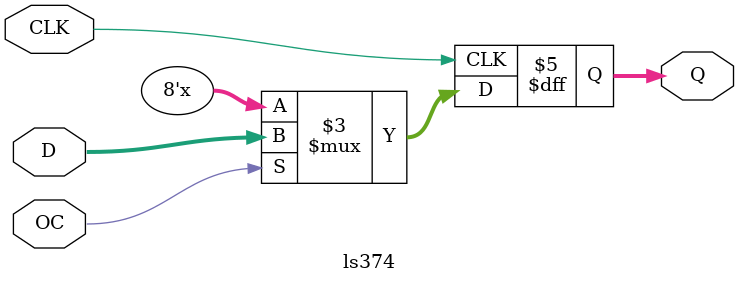
<source format=v>
`timescale 1ns / 1ps
module ls374(
        input wire OC,
        input wire CLK,
        input wire [1:8] D,
        output reg [1:8] Q
    );

	always @(posedge CLK) begin
		if (OC)
			Q = D;
		else
			Q = 8'bZ;
	end

endmodule

</source>
